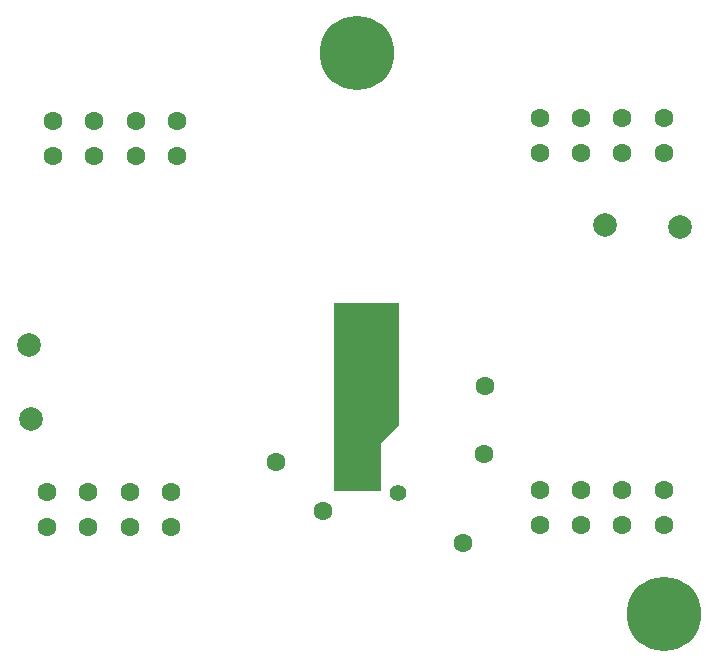
<source format=gbs>
G04*
G04 #@! TF.GenerationSoftware,Altium Limited,Altium Designer,19.0.14 (431)*
G04*
G04 Layer_Color=16711935*
%FSLAX25Y25*%
%MOIN*%
G70*
G01*
G75*
%ADD35C,0.07874*%
%ADD36C,0.06299*%
%ADD37C,0.05512*%
%ADD38C,0.03937*%
%ADD39C,0.24803*%
G36*
X150098Y86516D02*
X143996Y80413D01*
X143996Y64665D01*
X128248Y64665D01*
Y65319D01*
X128248Y65319D01*
X128248Y127165D01*
X150098Y127165D01*
X150098Y86516D01*
D02*
G37*
D35*
X26575Y113189D02*
D03*
X218504Y153150D02*
D03*
X27165Y88583D02*
D03*
X243701Y152756D02*
D03*
D36*
X178150Y76968D02*
D03*
X171260Y47204D02*
D03*
X124606Y58071D02*
D03*
X46358Y64272D02*
D03*
Y52461D02*
D03*
X32579D02*
D03*
Y64272D02*
D03*
X73917D02*
D03*
Y52461D02*
D03*
X60138D02*
D03*
Y64272D02*
D03*
X210630Y64961D02*
D03*
Y53150D02*
D03*
X196850D02*
D03*
Y64961D02*
D03*
X238189D02*
D03*
Y53150D02*
D03*
X224410D02*
D03*
Y64961D02*
D03*
X210630Y188976D02*
D03*
Y177165D02*
D03*
X196850D02*
D03*
Y188976D02*
D03*
X238189D02*
D03*
Y177165D02*
D03*
X224410D02*
D03*
Y188976D02*
D03*
X62205Y187992D02*
D03*
Y176181D02*
D03*
X75984D02*
D03*
Y187992D02*
D03*
X48425D02*
D03*
Y176181D02*
D03*
X34646D02*
D03*
Y187992D02*
D03*
X109055Y74410D02*
D03*
X178740Y99606D02*
D03*
D37*
X149606Y63779D02*
D03*
D38*
X132382Y69521D02*
D03*
Y66831D02*
D03*
X135335Y69521D02*
D03*
X132382Y72211D02*
D03*
X135335Y66831D02*
D03*
Y74902D02*
D03*
X132382D02*
D03*
X135335Y72211D02*
D03*
X144095Y100394D02*
D03*
Y97244D02*
D03*
Y103543D02*
D03*
Y106693D02*
D03*
Y109843D02*
D03*
Y112992D02*
D03*
Y116142D02*
D03*
Y119291D02*
D03*
X140945Y97244D02*
D03*
Y100394D02*
D03*
Y103543D02*
D03*
Y106693D02*
D03*
Y109843D02*
D03*
Y112992D02*
D03*
Y116142D02*
D03*
Y119291D02*
D03*
D39*
X135827Y210630D02*
D03*
X238189Y23622D02*
D03*
M02*

</source>
